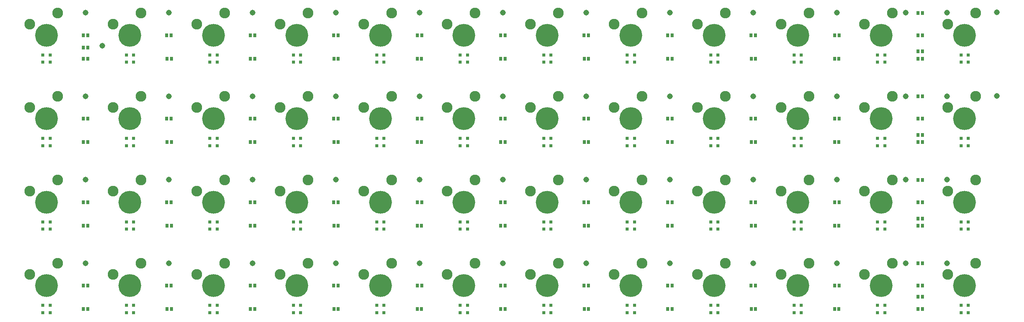
<source format=gbr>
G04 EAGLE Gerber RS-274X export*
G75*
%MOMM*%
%FSLAX34Y34*%
%LPD*%
%INSoldermask Top*%
%IPPOS*%
%AMOC8*
5,1,8,0,0,1.08239X$1,22.5*%
G01*
G04 Define Apertures*
%ADD10R,0.803200X0.803200*%
%ADD11R,0.763200X0.832300*%
%ADD12R,0.738300X0.847200*%
%ADD13C,5.207000*%
%ADD14C,2.451100*%
%ADD15C,1.311200*%
D10*
X97100Y27360D03*
X80700Y27360D03*
X97100Y43760D03*
X80700Y43760D03*
X1807028Y27360D03*
X1790628Y27360D03*
X1807028Y43760D03*
X1790628Y43760D03*
X1997020Y27360D03*
X1980620Y27360D03*
X1997020Y43760D03*
X1980620Y43760D03*
X2187012Y27360D03*
X2170612Y27360D03*
X2187012Y43760D03*
X2170612Y43760D03*
X97100Y217352D03*
X80700Y217352D03*
X97100Y233752D03*
X80700Y233752D03*
X287092Y217352D03*
X270692Y217352D03*
X287092Y233752D03*
X270692Y233752D03*
X477084Y217352D03*
X460684Y217352D03*
X477084Y233752D03*
X460684Y233752D03*
X667076Y217352D03*
X650676Y217352D03*
X667076Y233752D03*
X650676Y233752D03*
X857068Y217352D03*
X840668Y217352D03*
X857068Y233752D03*
X840668Y233752D03*
X1047060Y217352D03*
X1030660Y217352D03*
X1047060Y233752D03*
X1030660Y233752D03*
X1237052Y217352D03*
X1220652Y217352D03*
X1237052Y233752D03*
X1220652Y233752D03*
X287092Y27360D03*
X270692Y27360D03*
X287092Y43760D03*
X270692Y43760D03*
X1427044Y217352D03*
X1410644Y217352D03*
X1427044Y233752D03*
X1410644Y233752D03*
X1617036Y217352D03*
X1600636Y217352D03*
X1617036Y233752D03*
X1600636Y233752D03*
X1807028Y217352D03*
X1790628Y217352D03*
X1807028Y233752D03*
X1790628Y233752D03*
X1997020Y217352D03*
X1980620Y217352D03*
X1997020Y233752D03*
X1980620Y233752D03*
X2187012Y217352D03*
X2170612Y217352D03*
X2187012Y233752D03*
X2170612Y233752D03*
X97100Y407344D03*
X80700Y407344D03*
X97100Y423744D03*
X80700Y423744D03*
X287092Y407344D03*
X270692Y407344D03*
X287092Y423744D03*
X270692Y423744D03*
X477084Y407344D03*
X460684Y407344D03*
X477084Y423744D03*
X460684Y423744D03*
X667076Y407344D03*
X650676Y407344D03*
X667076Y423744D03*
X650676Y423744D03*
X857068Y407344D03*
X840668Y407344D03*
X857068Y423744D03*
X840668Y423744D03*
X477084Y27360D03*
X460684Y27360D03*
X477084Y43760D03*
X460684Y43760D03*
X1047060Y407344D03*
X1030660Y407344D03*
X1047060Y423744D03*
X1030660Y423744D03*
X1237052Y407344D03*
X1220652Y407344D03*
X1237052Y423744D03*
X1220652Y423744D03*
X1427044Y407344D03*
X1410644Y407344D03*
X1427044Y423744D03*
X1410644Y423744D03*
X1617036Y407344D03*
X1600636Y407344D03*
X1617036Y423744D03*
X1600636Y423744D03*
X1807028Y407344D03*
X1790628Y407344D03*
X1807028Y423744D03*
X1790628Y423744D03*
X1997020Y407344D03*
X1980620Y407344D03*
X1997020Y423744D03*
X1980620Y423744D03*
X2187012Y407344D03*
X2170612Y407344D03*
X2187012Y423744D03*
X2170612Y423744D03*
X80700Y613736D03*
X97100Y613736D03*
X80700Y597336D03*
X97100Y597336D03*
X287092Y597336D03*
X270692Y597336D03*
X287092Y613736D03*
X270692Y613736D03*
X477084Y597336D03*
X460684Y597336D03*
X477084Y613736D03*
X460684Y613736D03*
X667076Y27360D03*
X650676Y27360D03*
X667076Y43760D03*
X650676Y43760D03*
X667076Y597336D03*
X650676Y597336D03*
X667076Y613736D03*
X650676Y613736D03*
X857068Y597336D03*
X840668Y597336D03*
X857068Y613736D03*
X840668Y613736D03*
X1047060Y597336D03*
X1030660Y597336D03*
X1047060Y613736D03*
X1030660Y613736D03*
X1237052Y597336D03*
X1220652Y597336D03*
X1237052Y613736D03*
X1220652Y613736D03*
X1427044Y597336D03*
X1410644Y597336D03*
X1427044Y613736D03*
X1410644Y613736D03*
X1617036Y597336D03*
X1600636Y597336D03*
X1617036Y613736D03*
X1600636Y613736D03*
X1807028Y597336D03*
X1790628Y597336D03*
X1807028Y613736D03*
X1790628Y613736D03*
X1997020Y597336D03*
X1980620Y597336D03*
X1997020Y613736D03*
X1980620Y613736D03*
X2187012Y597336D03*
X2170612Y597336D03*
X2187012Y613736D03*
X2170612Y613736D03*
X857068Y27360D03*
X840668Y27360D03*
X857068Y43760D03*
X840668Y43760D03*
X1047060Y27360D03*
X1030660Y27360D03*
X1047060Y43760D03*
X1030660Y43760D03*
X1237052Y27360D03*
X1220652Y27360D03*
X1237052Y43760D03*
X1220652Y43760D03*
X1427044Y27360D03*
X1410644Y27360D03*
X1427044Y43760D03*
X1410644Y43760D03*
X1617036Y27360D03*
X1600636Y27360D03*
X1617036Y43760D03*
X1600636Y43760D03*
D11*
X172954Y35560D03*
X182646Y35560D03*
X1882882Y35560D03*
X1892574Y35560D03*
X2072874Y63500D03*
X2082566Y63500D03*
X2072874Y35560D03*
X2082566Y35560D03*
X172954Y225552D03*
X182646Y225552D03*
X363454Y225552D03*
X373146Y225552D03*
X552938Y225552D03*
X562630Y225552D03*
X742930Y225552D03*
X752622Y225552D03*
X932922Y225552D03*
X942614Y225552D03*
X1122914Y225552D03*
X1132606Y225552D03*
X1312906Y225552D03*
X1322598Y225552D03*
X363454Y35560D03*
X373146Y35560D03*
X1502898Y225552D03*
X1512590Y225552D03*
X1692890Y225552D03*
X1702582Y225552D03*
X1882882Y225552D03*
X1892574Y225552D03*
X2072874Y241300D03*
X2082566Y241300D03*
X2072874Y225552D03*
X2082566Y225552D03*
X172954Y415544D03*
X182646Y415544D03*
X363454Y415544D03*
X373146Y415544D03*
X552938Y415544D03*
X562630Y415544D03*
X742930Y415544D03*
X752622Y415544D03*
X932922Y415544D03*
X942614Y415544D03*
X552938Y35560D03*
X562630Y35560D03*
X1122914Y415544D03*
X1132606Y415544D03*
X1312906Y415544D03*
X1322598Y415544D03*
X1502898Y415544D03*
X1512590Y415544D03*
X1692890Y415544D03*
X1702582Y415544D03*
X1882882Y415544D03*
X1892574Y415544D03*
X2072874Y431800D03*
X2082566Y431800D03*
X2072874Y415544D03*
X2082566Y415544D03*
X172954Y605536D03*
X182646Y605536D03*
X363454Y605536D03*
X373146Y605536D03*
X552938Y605536D03*
X562630Y605536D03*
X742930Y35560D03*
X752622Y35560D03*
X742930Y605536D03*
X752622Y605536D03*
X932922Y605536D03*
X942614Y605536D03*
X1122914Y605536D03*
X1132606Y605536D03*
X1312906Y605536D03*
X1322598Y605536D03*
X1502898Y605536D03*
X1512590Y605536D03*
X1692890Y605536D03*
X1702582Y605536D03*
X1882882Y605536D03*
X1892574Y605536D03*
X2072874Y622300D03*
X2082566Y622300D03*
X2072874Y605536D03*
X2082566Y605536D03*
X932922Y35560D03*
X942614Y35560D03*
X1122914Y35560D03*
X1132606Y35560D03*
X1312906Y35560D03*
X1322598Y35560D03*
X1502898Y35560D03*
X1512590Y35560D03*
X1692890Y35560D03*
X1702582Y35560D03*
D12*
X172725Y88900D03*
X182875Y88900D03*
X1882653Y88900D03*
X1892803Y88900D03*
X2072645Y88900D03*
X2082795Y88900D03*
X2072645Y139700D03*
X2082795Y139700D03*
X172725Y278892D03*
X182875Y278892D03*
X362717Y278892D03*
X372867Y278892D03*
X552709Y278892D03*
X562859Y278892D03*
X742701Y278892D03*
X752851Y278892D03*
X932693Y278892D03*
X942843Y278892D03*
X1122685Y278892D03*
X1132835Y278892D03*
X1312677Y278892D03*
X1322827Y278892D03*
X362717Y88900D03*
X372867Y88900D03*
X1502669Y278892D03*
X1512819Y278892D03*
X1692661Y278892D03*
X1702811Y278892D03*
X1882653Y278892D03*
X1892803Y278892D03*
X2072645Y278892D03*
X2082795Y278892D03*
X2072645Y329692D03*
X2082795Y329692D03*
X172725Y468884D03*
X182875Y468884D03*
X362717Y468884D03*
X372867Y468884D03*
X552709Y468884D03*
X562859Y468884D03*
X742701Y468884D03*
X752851Y468884D03*
X932693Y468884D03*
X942843Y468884D03*
X552709Y88900D03*
X562859Y88900D03*
X1122685Y468884D03*
X1132835Y468884D03*
X1312677Y468884D03*
X1322827Y468884D03*
X1502669Y468884D03*
X1512819Y468884D03*
X1692661Y468884D03*
X1702811Y468884D03*
X1882653Y468884D03*
X1892803Y468884D03*
X2072645Y468884D03*
X2082795Y468884D03*
X2072645Y519684D03*
X2082795Y519684D03*
X172725Y658876D03*
X182875Y658876D03*
X362717Y658876D03*
X372867Y658876D03*
X552709Y658876D03*
X562859Y658876D03*
X742701Y88900D03*
X752851Y88900D03*
X742701Y658876D03*
X752851Y658876D03*
X932693Y658876D03*
X942843Y658876D03*
X1122685Y658876D03*
X1132835Y658876D03*
X1312677Y658876D03*
X1322827Y658876D03*
X1502669Y658876D03*
X1512819Y658876D03*
X1692661Y658876D03*
X1702811Y658876D03*
X1882653Y658876D03*
X1892803Y658876D03*
X2072645Y658876D03*
X2082795Y658876D03*
X2072645Y709676D03*
X2082795Y709676D03*
X172725Y630936D03*
X182875Y630936D03*
X932693Y88900D03*
X942843Y88900D03*
X1122685Y88900D03*
X1132835Y88900D03*
X1312677Y88900D03*
X1322827Y88900D03*
X1502669Y88900D03*
X1512819Y88900D03*
X1692661Y88900D03*
X1702811Y88900D03*
D13*
X88900Y88900D03*
D14*
X50800Y114300D03*
X114300Y139700D03*
D13*
X1798828Y88900D03*
D14*
X1760728Y114300D03*
X1824228Y139700D03*
D13*
X1988820Y88900D03*
D14*
X1950720Y114300D03*
X2014220Y139700D03*
D13*
X2178812Y88900D03*
D14*
X2140712Y114300D03*
X2204212Y139700D03*
D13*
X88900Y278892D03*
D14*
X50800Y304292D03*
X114300Y329692D03*
D13*
X278892Y278892D03*
D14*
X240792Y304292D03*
X304292Y329692D03*
D13*
X468884Y278892D03*
D14*
X430784Y304292D03*
X494284Y329692D03*
D13*
X658876Y278892D03*
D14*
X620776Y304292D03*
X684276Y329692D03*
D13*
X848868Y278892D03*
D14*
X810768Y304292D03*
X874268Y329692D03*
D13*
X1038860Y278892D03*
D14*
X1000760Y304292D03*
X1064260Y329692D03*
D13*
X1228852Y278892D03*
D14*
X1190752Y304292D03*
X1254252Y329692D03*
D13*
X278892Y88900D03*
D14*
X240792Y114300D03*
X304292Y139700D03*
D13*
X1418844Y278892D03*
D14*
X1380744Y304292D03*
X1444244Y329692D03*
D13*
X1608836Y278892D03*
D14*
X1570736Y304292D03*
X1634236Y329692D03*
D13*
X1798828Y278892D03*
D14*
X1760728Y304292D03*
X1824228Y329692D03*
D13*
X1988820Y278892D03*
D14*
X1950720Y304292D03*
X2014220Y329692D03*
D13*
X2178812Y278892D03*
D14*
X2140712Y304292D03*
X2204212Y329692D03*
D13*
X88900Y468884D03*
D14*
X50800Y494284D03*
X114300Y519684D03*
D13*
X278892Y468884D03*
D14*
X240792Y494284D03*
X304292Y519684D03*
D13*
X468884Y468884D03*
D14*
X430784Y494284D03*
X494284Y519684D03*
D13*
X658876Y468884D03*
D14*
X620776Y494284D03*
X684276Y519684D03*
D13*
X848868Y468884D03*
D14*
X810768Y494284D03*
X874268Y519684D03*
D13*
X468884Y88900D03*
D14*
X430784Y114300D03*
X494284Y139700D03*
D13*
X1038860Y468884D03*
D14*
X1000760Y494284D03*
X1064260Y519684D03*
D13*
X1228852Y468884D03*
D14*
X1190752Y494284D03*
X1254252Y519684D03*
D13*
X1418844Y468884D03*
D14*
X1380744Y494284D03*
X1444244Y519684D03*
D13*
X1608836Y468884D03*
D14*
X1570736Y494284D03*
X1634236Y519684D03*
D13*
X1798828Y468884D03*
D14*
X1760728Y494284D03*
X1824228Y519684D03*
D13*
X1988820Y468884D03*
D14*
X1950720Y494284D03*
X2014220Y519684D03*
D13*
X2178812Y468884D03*
D14*
X2140712Y494284D03*
X2204212Y519684D03*
D13*
X88900Y658876D03*
D14*
X50800Y684276D03*
X114300Y709676D03*
D13*
X278892Y658876D03*
D14*
X240792Y684276D03*
X304292Y709676D03*
D13*
X468884Y658876D03*
D14*
X430784Y684276D03*
X494284Y709676D03*
D13*
X658876Y88900D03*
D14*
X620776Y114300D03*
X684276Y139700D03*
D13*
X658876Y658876D03*
D14*
X620776Y684276D03*
X684276Y709676D03*
D13*
X848868Y658876D03*
D14*
X810768Y684276D03*
X874268Y709676D03*
D13*
X1038860Y658876D03*
D14*
X1000760Y684276D03*
X1064260Y709676D03*
D13*
X1228852Y658876D03*
D14*
X1190752Y684276D03*
X1254252Y709676D03*
D13*
X1418844Y658876D03*
D14*
X1380744Y684276D03*
X1444244Y709676D03*
D13*
X1608836Y658876D03*
D14*
X1570736Y684276D03*
X1634236Y709676D03*
D13*
X1798828Y658876D03*
D14*
X1760728Y684276D03*
X1824228Y709676D03*
D13*
X1988820Y658876D03*
D14*
X1950720Y684276D03*
X2014220Y709676D03*
D13*
X2178812Y658876D03*
D14*
X2140712Y684276D03*
X2204212Y709676D03*
D13*
X848868Y88900D03*
D14*
X810768Y114300D03*
X874268Y139700D03*
D13*
X1038860Y88900D03*
D14*
X1000760Y114300D03*
X1064260Y139700D03*
D13*
X1228852Y88900D03*
D14*
X1190752Y114300D03*
X1254252Y139700D03*
D13*
X1418844Y88900D03*
D14*
X1380744Y114300D03*
X1444244Y139700D03*
D13*
X1608836Y88900D03*
D14*
X1570736Y114300D03*
X1634236Y139700D03*
D15*
X747776Y519430D03*
X557784Y519430D03*
X367792Y519430D03*
X177800Y519430D03*
X2138680Y709930D03*
X2044700Y709930D03*
X1887728Y709930D03*
X1697736Y709930D03*
X1507744Y709930D03*
X1317752Y709930D03*
X1127760Y709930D03*
X937768Y709930D03*
X747776Y709930D03*
X557784Y709930D03*
X367792Y709930D03*
X177800Y709930D03*
X2251964Y711200D03*
X2251964Y520700D03*
X1507744Y330200D03*
X1317752Y330200D03*
X1127760Y330200D03*
X937768Y330200D03*
X747776Y330200D03*
X557784Y330200D03*
X367792Y330200D03*
X177800Y330200D03*
X2138680Y519430D03*
X2044700Y519430D03*
X1887728Y519430D03*
X1697736Y519430D03*
X1507744Y519430D03*
X1317752Y519430D03*
X1127760Y519430D03*
X937768Y519430D03*
X2138680Y139700D03*
X2044700Y139700D03*
X1887728Y139700D03*
X1697736Y139700D03*
X1507744Y139700D03*
X1317752Y139700D03*
X1127760Y139700D03*
X937768Y139700D03*
X747776Y139700D03*
X557784Y139700D03*
X367792Y139700D03*
X177800Y139700D03*
X2138680Y330200D03*
X2044700Y330200D03*
X1887728Y330200D03*
X1697736Y330200D03*
X215900Y635000D03*
M02*

</source>
